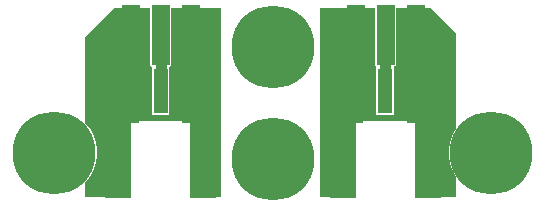
<source format=gtl>
G04*
G04 #@! TF.GenerationSoftware,Altium Limited,Altium Designer,21.6.1 (37)*
G04*
G04 Layer_Physical_Order=1*
G04 Layer_Color=255*
%FSLAX44Y44*%
%MOMM*%
G71*
G04*
G04 #@! TF.SameCoordinates,3B15573C-72D0-42B4-8952-3C059F791726*
G04*
G04*
G04 #@! TF.FilePolarity,Positive*
G04*
G01*
G75*
%ADD12R,1.2000X3.8000*%
%ADD13R,1.5200X5.0800*%
%ADD14C,0.9000*%
%ADD18R,0.5000X0.5000*%
%ADD19C,0.7000*%
%ADD20C,7.0000*%
G36*
X291230Y32243D02*
X287000D01*
Y32000D01*
X265000D01*
Y95000D01*
X258500D01*
Y97243D01*
X221500D01*
Y95000D01*
X215000D01*
Y32000D01*
X193000D01*
Y32243D01*
X176230D01*
Y44937D01*
X177665Y46372D01*
X181021Y50990D01*
X183613Y56077D01*
X185377Y61507D01*
X186270Y67146D01*
Y72854D01*
X185377Y78493D01*
X183613Y83923D01*
X181021Y89010D01*
X177665Y93628D01*
X176230Y95063D01*
Y168058D01*
X200929Y192757D01*
X231130D01*
Y143330D01*
X232223D01*
X232730Y142270D01*
Y101730D01*
X247270D01*
Y142270D01*
X247777Y143330D01*
X248870D01*
Y192757D01*
X291230D01*
Y32243D01*
D02*
G37*
G36*
X490000Y171828D02*
Y90415D01*
X488979Y89010D01*
X486387Y83923D01*
X484623Y78493D01*
X483730Y72854D01*
Y67146D01*
X484623Y61507D01*
X486387Y56077D01*
X488979Y50990D01*
X490000Y49585D01*
Y32243D01*
X477000D01*
Y32000D01*
X455000D01*
Y95000D01*
X448500D01*
Y97243D01*
X411500D01*
Y95000D01*
X405000D01*
Y32000D01*
X383000D01*
Y32243D01*
X375000D01*
Y192757D01*
X421530D01*
Y143330D01*
X422223D01*
X422730Y142270D01*
Y101730D01*
X437270D01*
Y142270D01*
X437777Y143330D01*
X439270D01*
Y192757D01*
X469071D01*
X490000Y171828D01*
D02*
G37*
D12*
X430000Y122000D02*
D03*
X240000D02*
D03*
D13*
X265400Y170000D02*
D03*
X240000D02*
D03*
X214600D02*
D03*
X455800D02*
D03*
X430400D02*
D03*
X405000D02*
D03*
D14*
X430200Y130200D02*
Y169800D01*
X430400Y170000D01*
X430000Y130000D02*
X430200Y130200D01*
X240000Y122000D02*
Y170000D01*
Y120000D02*
Y122000D01*
X455000Y120000D02*
Y165000D01*
X405000Y120000D02*
Y155000D01*
X265000Y120000D02*
Y160000D01*
X215000Y110000D02*
Y155000D01*
D18*
X466000Y80000D02*
D03*
X394000D02*
D03*
X276000D02*
D03*
X204000D02*
D03*
D19*
X476000Y166000D02*
D03*
Y136000D02*
D03*
Y106000D02*
D03*
Y76000D02*
D03*
Y46000D02*
D03*
X461000Y136000D02*
D03*
X468500Y121000D02*
D03*
X461000Y106000D02*
D03*
X468500Y91000D02*
D03*
Y61000D02*
D03*
X446000Y136000D02*
D03*
X453500Y121000D02*
D03*
X446000Y106000D02*
D03*
X416000Y136000D02*
D03*
Y106000D02*
D03*
X401000Y136000D02*
D03*
X408500Y121000D02*
D03*
X401000Y106000D02*
D03*
X281000Y166000D02*
D03*
Y136000D02*
D03*
Y106000D02*
D03*
Y46000D02*
D03*
X266000Y136000D02*
D03*
X273500Y121000D02*
D03*
X266000Y106000D02*
D03*
X258500Y121000D02*
D03*
X221000Y136000D02*
D03*
Y106000D02*
D03*
X206000Y136000D02*
D03*
X213500Y121000D02*
D03*
X206000Y106000D02*
D03*
Y46000D02*
D03*
D20*
X335000Y65000D02*
D03*
Y160000D02*
D03*
X520000Y70000D02*
D03*
X150000D02*
D03*
M02*

</source>
